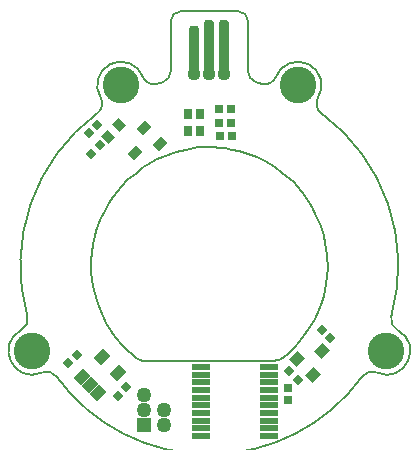
<source format=gbs>
G04*
G04 #@! TF.GenerationSoftware,Altium Limited,Altium Designer,21.8.1 (53)*
G04*
G04 Layer_Color=16711935*
%FSAX25Y25*%
%MOIN*%
G70*
G04*
G04 #@! TF.SameCoordinates,0877F43B-692F-42B8-B247-028E53A2D651*
G04*
G04*
G04 #@! TF.FilePolarity,Negative*
G04*
G01*
G75*
%ADD11C,0.00787*%
%ADD29R,0.02756X0.02559*%
G04:AMPARAMS|DCode=30|XSize=25.59mil|YSize=27.56mil|CornerRadius=0mil|HoleSize=0mil|Usage=FLASHONLY|Rotation=45.000|XOffset=0mil|YOffset=0mil|HoleType=Round|Shape=Rectangle|*
%AMROTATEDRECTD30*
4,1,4,0.00070,-0.01879,-0.01879,0.00070,-0.00070,0.01879,0.01879,-0.00070,0.00070,-0.01879,0.0*
%
%ADD30ROTATEDRECTD30*%

%ADD32R,0.04961X0.04961*%
%ADD33C,0.04961*%
%ADD34C,0.12205*%
%ADD36C,0.00591*%
%ADD44C,0.04370*%
G04:AMPARAMS|DCode=48|XSize=35.43mil|YSize=169.29mil|CornerRadius=13.82mil|HoleSize=0mil|Usage=FLASHONLY|Rotation=180.000|XOffset=0mil|YOffset=0mil|HoleType=Round|Shape=RoundedRectangle|*
%AMROUNDEDRECTD48*
21,1,0.03543,0.14165,0,0,180.0*
21,1,0.00780,0.16929,0,0,180.0*
1,1,0.02764,-0.00390,0.07083*
1,1,0.02764,0.00390,0.07083*
1,1,0.02764,0.00390,-0.07083*
1,1,0.02764,-0.00390,-0.07083*
%
%ADD48ROUNDEDRECTD48*%
G04:AMPARAMS|DCode=49|XSize=35.43mil|YSize=188.98mil|CornerRadius=13.82mil|HoleSize=0mil|Usage=FLASHONLY|Rotation=180.000|XOffset=0mil|YOffset=0mil|HoleType=Round|Shape=RoundedRectangle|*
%AMROUNDEDRECTD49*
21,1,0.03543,0.16134,0,0,180.0*
21,1,0.00780,0.18898,0,0,180.0*
1,1,0.02764,-0.00390,0.08067*
1,1,0.02764,0.00390,0.08067*
1,1,0.02764,0.00390,-0.08067*
1,1,0.02764,-0.00390,-0.08067*
%
%ADD49ROUNDEDRECTD49*%
%ADD60R,0.05906X0.02165*%
%ADD61R,0.02953X0.03543*%
G04:AMPARAMS|DCode=62|XSize=37.4mil|YSize=41.34mil|CornerRadius=0mil|HoleSize=0mil|Usage=FLASHONLY|Rotation=315.000|XOffset=0mil|YOffset=0mil|HoleType=Round|Shape=Rectangle|*
%AMROTATEDRECTD62*
4,1,4,-0.02784,-0.00139,0.00139,0.02784,0.02784,0.00139,-0.00139,-0.02784,-0.02784,-0.00139,0.0*
%
%ADD62ROTATEDRECTD62*%

G04:AMPARAMS|DCode=63|XSize=29.53mil|YSize=41.34mil|CornerRadius=0mil|HoleSize=0mil|Usage=FLASHONLY|Rotation=135.000|XOffset=0mil|YOffset=0mil|HoleType=Round|Shape=Rectangle|*
%AMROTATEDRECTD63*
4,1,4,0.02506,0.00418,-0.00418,-0.02506,-0.02506,-0.00418,0.00418,0.02506,0.02506,0.00418,0.0*
%
%ADD63ROTATEDRECTD63*%

G04:AMPARAMS|DCode=64|XSize=33.47mil|YSize=45.28mil|CornerRadius=0mil|HoleSize=0mil|Usage=FLASHONLY|Rotation=315.000|XOffset=0mil|YOffset=0mil|HoleType=Round|Shape=Rectangle|*
%AMROTATEDRECTD64*
4,1,4,-0.02784,-0.00418,0.00418,0.02784,0.02784,0.00418,-0.00418,-0.02784,-0.02784,-0.00418,0.0*
%
%ADD64ROTATEDRECTD64*%

G04:AMPARAMS|DCode=65|XSize=27.56mil|YSize=25.59mil|CornerRadius=0mil|HoleSize=0mil|Usage=FLASHONLY|Rotation=45.000|XOffset=0mil|YOffset=0mil|HoleType=Round|Shape=Rectangle|*
%AMROTATEDRECTD65*
4,1,4,-0.00070,-0.01879,-0.01879,-0.00070,0.00070,0.01879,0.01879,0.00070,-0.00070,-0.01879,0.0*
%
%ADD65ROTATEDRECTD65*%

G04:AMPARAMS|DCode=66|XSize=27.56mil|YSize=25.59mil|CornerRadius=0mil|HoleSize=0mil|Usage=FLASHONLY|Rotation=315.000|XOffset=0mil|YOffset=0mil|HoleType=Round|Shape=Rectangle|*
%AMROTATEDRECTD66*
4,1,4,-0.01879,0.00070,-0.00070,0.01879,0.01879,-0.00070,0.00070,-0.01879,-0.01879,0.00070,0.0*
%
%ADD66ROTATEDRECTD66*%

%ADD67R,0.02559X0.02756*%
G04:AMPARAMS|DCode=68|XSize=29.53mil|YSize=37.4mil|CornerRadius=0mil|HoleSize=0mil|Usage=FLASHONLY|Rotation=225.000|XOffset=0mil|YOffset=0mil|HoleType=Round|Shape=Rectangle|*
%AMROTATEDRECTD68*
4,1,4,-0.00278,0.02366,0.02366,-0.00278,0.00278,-0.02366,-0.02366,0.00278,-0.00278,0.02366,0.0*
%
%ADD68ROTATEDRECTD68*%

D11*
X-0024319Y-0031866D02*
G03*
X-0022417Y-0032653I0001897J0001892D01*
G01*
X0021768Y-0032650D02*
G03*
X0025181Y-0031236I-0000007J0004845D01*
G01*
X-0062660Y-0022428D02*
G03*
X-0060669Y-0017867I-0001801J0003501D01*
G01*
X-0062660Y-0022428D02*
G03*
X-0055813Y-0036604I0003601J-0007002D01*
G01*
X-0051003Y-0037880D02*
G03*
X-0055813Y-0036604I-0003187J-0002311D01*
G01*
X-0051003Y-0037880D02*
G03*
X0050995Y-0037880I0050999J0036974D01*
G01*
X0055805Y-0036604D02*
G03*
X0050995Y-0037880I-0001623J-0003587D01*
G01*
X0060661Y-0017867D02*
G03*
X0062652Y-0022428I0003792J-0001060D01*
G01*
X0055805Y-0036604D02*
G03*
X0062652Y-0022428I0003246J0007174D01*
G01*
X0060661Y-0017867D02*
G03*
X0037293Y0049857I-0060665J0016961D01*
G01*
X0036257Y0055071D02*
G03*
X0037293Y0049857I0003367J-0002041D01*
G01*
X0036257Y0055071D02*
G03*
X0022180Y0061992I-0006733J0004082D01*
G01*
X0017419Y0059628D02*
G03*
X0022180Y0061992I0001089J0003783D01*
G01*
X0017419Y0059628D02*
G03*
X0015709Y0060094I-0017423J-0060534D01*
G01*
X0012894Y0063874D02*
G03*
X0015602Y0060134I0003940J0000003D01*
G01*
X0012894Y0080611D02*
G03*
X0009748Y0083756I-0003145J0000000D01*
G01*
X-0009709D02*
G03*
X-0012854Y0080611I0000000J-0003145D01*
G01*
X-0015563Y0060134D02*
G03*
X-0017427Y0059628I0015559J-0061040D01*
G01*
X-0015563Y0060134D02*
G03*
X-0012854Y0063874I-0001232J0003743D01*
G01*
X-0022188Y0061992D02*
G03*
X-0017427Y0059628I0003672J0001419D01*
G01*
X-0022188Y0061992D02*
G03*
X-0036265Y0055071I-0007344J-0002839D01*
G01*
X-0037301Y0049857D02*
G03*
X-0036265Y0055071I-0002331J0003173D01*
G01*
X-0037301Y0049857D02*
G03*
X-0060669Y-0017867I0037297J-0050763D01*
G01*
X0015709Y0060094D02*
G03*
X0015602Y0060134I-0000180J-0000323D01*
G01*
X-0007784Y0037689D02*
X-0003803Y0038405D01*
X0007709Y0037701D02*
X0009961Y0037185D01*
X-0024272Y0030055D02*
X-0021961Y0031768D01*
X0031988Y0022126D02*
X0034303Y0018421D01*
X0038898Y-0007240D02*
X0039260Y-0004413D01*
X-0038484Y-0009173D02*
X-0037165Y-0013898D01*
X0030996Y-0025181D02*
X0033516Y-0021559D01*
X-0029110Y-0027409D02*
X-0027362Y-0029252D01*
X-0011000Y0036898D02*
X-0007784Y0037689D01*
X0005315Y0038102D02*
X0007709Y0037701D01*
X0028051Y0026752D02*
X0031988Y0022126D01*
X-0035236Y0016713D02*
X-0033457Y0019847D01*
X0038681Y0006461D02*
X0038984Y0004634D01*
X-0039173Y0003228D02*
X-0038681Y0006279D01*
X-0037165Y-0013898D02*
X-0035543Y-0017835D01*
X-0027362Y-0029252D02*
X-0025591Y-0030827D01*
X-0027362Y0027441D02*
X-0024272Y0030055D01*
X0024331Y0030047D02*
X0028051Y0026752D01*
X-0035689Y0015713D02*
X-0035236Y0016713D01*
X0038169Y0008740D02*
X0038681Y0006461D01*
X-0039319Y0001063D02*
X-0039173Y0003228D01*
X0039260Y-0004413D02*
X0039394Y-0001819D01*
X-0035543Y-0017835D02*
X-0034335Y-0020173D01*
X0033516Y-0021559D02*
X0035138Y-0018622D01*
X0003500Y0038307D02*
X0005315Y0038102D01*
X-0015358Y0035342D02*
X-0011000Y0036898D01*
X-0029110Y0025602D02*
X-0027362Y0027441D01*
X0037079Y0012327D02*
X0038169Y0008740D01*
X-0036319Y0014252D02*
X-0035689Y0015713D01*
X0039394Y-0001819D02*
X0039425Y-0000587D01*
X0035138Y-0018622D02*
X0036496Y-0015669D01*
X-0025591Y-0030827D02*
X-0024319Y-0031866D01*
X0025181Y-0031236D02*
X0025787Y-0030630D01*
X0001291Y0038421D02*
X0003500Y0038307D01*
X-0017335Y0034441D02*
X-0015358Y0035342D01*
X0021768Y0031898D02*
X0024331Y0030047D01*
X-0032098Y0021890D02*
X-0029110Y0025602D01*
X-0039319Y-0002874D02*
Y0001063D01*
X0036496Y-0015669D02*
X0037472Y-0013008D01*
X-0034335Y-0020173D02*
X-0032098Y-0023701D01*
X0025787Y-0030630D02*
X0028445Y-0028169D01*
X-0022417Y-0032653D02*
X-0021961Y-0032650D01*
X-0001224Y0038453D02*
X0001291Y0038421D01*
X0012874Y0036299D02*
X0015870Y0035126D01*
X0018701Y0033740D02*
X0021768Y0031898D01*
X0035693Y0015709D02*
X0037079Y0012327D01*
X-0037634Y0010657D02*
X-0036319Y0014252D01*
X0039323Y0001063D02*
X0039425Y-0000587D01*
X-0039319Y-0002874D02*
X-0039075Y-0006024D01*
X-0032098Y-0023701D02*
X-0030953Y-0025236D01*
X0028445Y-0028169D02*
X0029847Y-0026579D01*
X-0021961Y-0032650D02*
X0021768D01*
X0009961Y0037185D02*
X0012874Y0036299D01*
X-0020736Y0032563D02*
X-0017335Y0034441D01*
X0015870Y0035126D02*
X0018701Y0033740D01*
X-0032803Y0020862D02*
X-0032098Y0021890D01*
X0034303Y0018421D02*
X0035693Y0015709D01*
X-0038118Y0008937D02*
X-0037634Y0010657D01*
X0039213Y0002717D02*
X0039323Y0001063D01*
X-0039075Y-0006024D02*
X-0038484Y-0009173D01*
X0037472Y-0013008D02*
X0038091Y-0010957D01*
X-0003803Y0038405D02*
X-0001224Y0038453D01*
X-0021961Y0031768D02*
X-0020736Y0032563D01*
X-0033457Y0019847D02*
X-0032803Y0020862D01*
X0038984Y0004634D02*
X0039213Y0002717D01*
X-0038681Y0006279D02*
X-0038118Y0008937D01*
X0038091Y-0010957D02*
X0038898Y-0007240D01*
X-0030953Y-0025236D02*
X-0029110Y-0027409D01*
X0029847Y-0026579D02*
X0030996Y-0025181D01*
X0012894Y0063874D02*
Y0080611D01*
X-0009709Y0083756D02*
X0009748D01*
X-0012854Y0063874D02*
Y0080611D01*
D29*
X0026181Y-0045768D02*
D03*
Y-0041831D02*
D03*
D30*
X-0027785Y-0041582D02*
D03*
X-0030569Y-0044366D02*
D03*
X-0037289Y0045996D02*
D03*
X-0040073Y0043213D02*
D03*
X-0047061Y-0033577D02*
D03*
X-0044277Y-0030793D02*
D03*
D32*
X-0021659Y-0054035D02*
D03*
D33*
X-0015059D02*
D03*
X-0021659Y-0044035D02*
D03*
Y-0049035D02*
D03*
X-0015059D02*
D03*
D34*
X-0059059Y-0029429D02*
D03*
X0029524Y0059153D02*
D03*
X0059047Y-0029433D02*
D03*
X-0029531Y0059153D02*
D03*
D36*
X0009921Y0071161D02*
D03*
X-0009921D02*
D03*
D44*
X-0005000Y0062894D02*
D03*
X0000000D02*
D03*
X0005000D02*
D03*
D48*
X-0005000Y0070571D02*
D03*
D49*
X0005000Y0071555D02*
D03*
X0000000D02*
D03*
D60*
X0019882Y-0034744D02*
D03*
Y-0037303D02*
D03*
Y-0039862D02*
D03*
Y-0042421D02*
D03*
Y-0044980D02*
D03*
Y-0047539D02*
D03*
Y-0050098D02*
D03*
Y-0052658D02*
D03*
Y-0055216D02*
D03*
Y-0057776D02*
D03*
X-0002756D02*
D03*
Y-0055216D02*
D03*
Y-0052658D02*
D03*
Y-0050098D02*
D03*
Y-0047539D02*
D03*
Y-0044980D02*
D03*
Y-0042421D02*
D03*
Y-0039862D02*
D03*
Y-0037303D02*
D03*
Y-0034744D02*
D03*
D61*
X-0007283Y0043799D02*
D03*
Y0049705D02*
D03*
X-0002953D02*
D03*
Y0043799D02*
D03*
D62*
X0034605Y-0037515D02*
D03*
X0029316Y-0032226D02*
D03*
X0037528Y-0029303D02*
D03*
D63*
X-0021821Y0044877D02*
D03*
X-0016532Y0039588D02*
D03*
X-0024745Y0036665D02*
D03*
D64*
X-0030369Y-0036796D02*
D03*
X-0035658Y-0031506D02*
D03*
X-0042340Y-0038188D02*
D03*
X-0039695Y-0040832D02*
D03*
X-0037050Y-0043477D02*
D03*
D65*
X0026659Y-0036206D02*
D03*
X0029443Y-0038990D02*
D03*
X0037388Y-0022427D02*
D03*
X0040172Y-0025211D02*
D03*
D66*
X-0036600Y0039089D02*
D03*
X-0039384Y0036305D02*
D03*
D67*
X0003347Y0051083D02*
D03*
X0007283D02*
D03*
X0003543Y0042224D02*
D03*
X0007480D02*
D03*
X0003347Y0046654D02*
D03*
X0007283D02*
D03*
D68*
X-0030040Y0045945D02*
D03*
X-0033937Y0042047D02*
D03*
M02*

</source>
